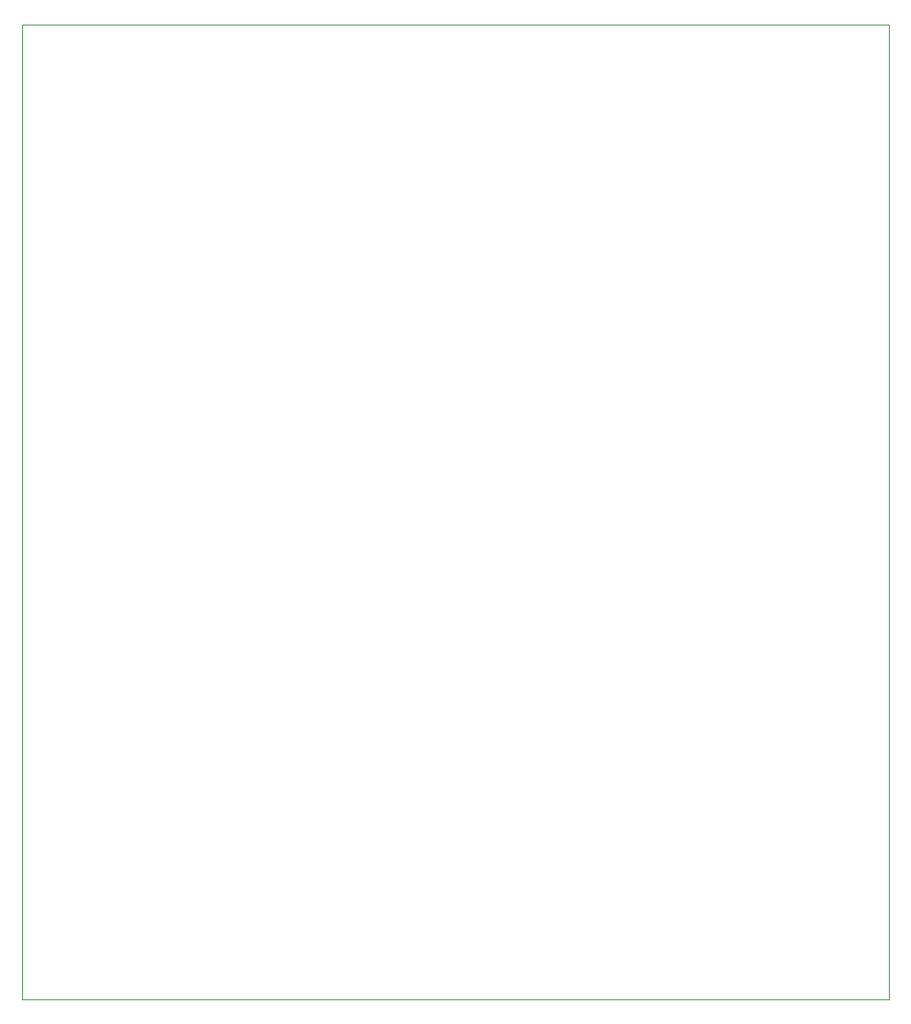
<source format=gko>
G04 #@! TF.FileFunction,Profile,NP*
%FSLAX46Y46*%
G04 Gerber Fmt 4.6, Leading zero omitted, Abs format (unit mm)*
G04 Created by KiCad (PCBNEW (2015-01-16 BZR 5376)-product) date 3/2/2015 11:07:32 PM*
%MOMM*%
G01*
G04 APERTURE LIST*
%ADD10C,0.100000*%
G04 APERTURE END LIST*
D10*
X164000000Y-150000000D02*
X250400000Y-150000000D01*
X164000000Y-52800000D02*
X164000000Y-150000000D01*
X250400000Y-52800000D02*
X164000000Y-52800000D01*
X250400000Y-150000000D02*
X250400000Y-52800000D01*
M02*

</source>
